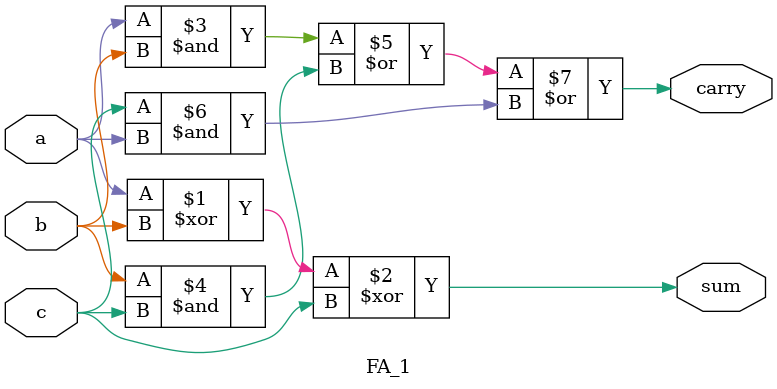
<source format=sv>
module FA_1(
    input wire a, b, c,
    output wire sum, carry
);

    assign sum = (a ^ b) ^ c;
    assign carry = (a & b) | (b & c) | (c & a);

endmodule
</source>
